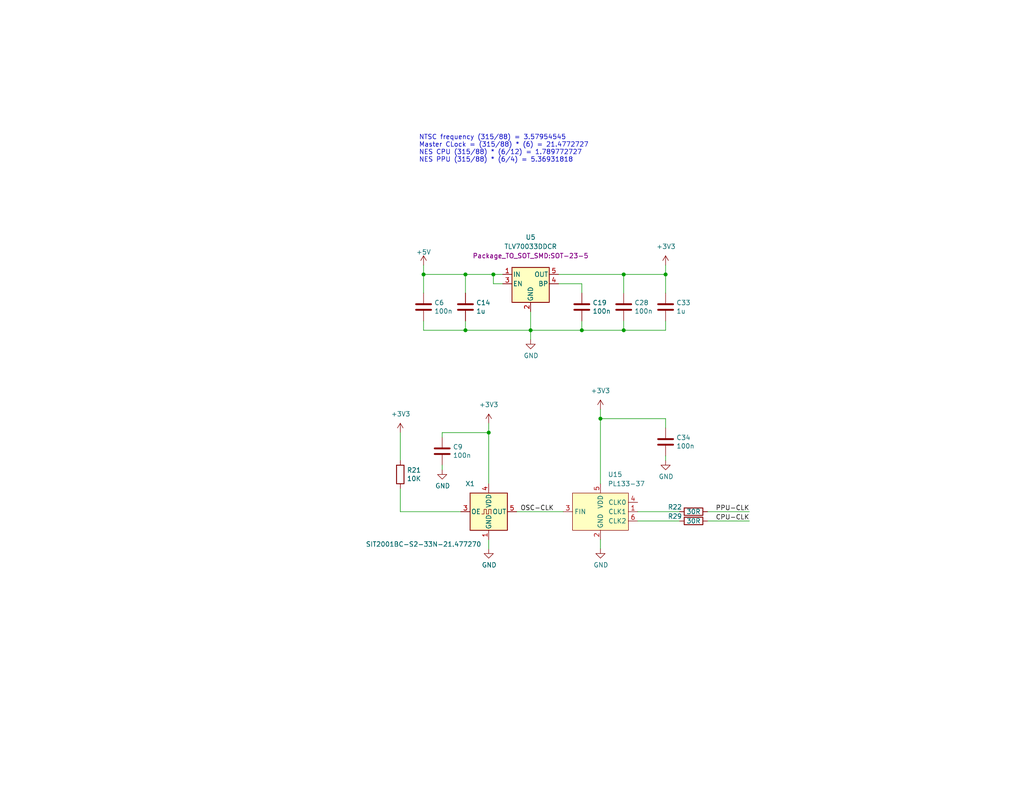
<source format=kicad_sch>
(kicad_sch (version 20211123) (generator eeschema)
  (paper "A")
  (title_block (title "InGame-NES MMC3") (date "2022-06-03") (rev "1") (company "Late to the Game"))
  (lib_symbols
    (symbol "00Custom:PL133-37"
      (property "Reference" "U" (at -6.35 6.35 0))
      (property "Value" "PL133-37" (at 7.62 -7.62 0))
      (symbol "PL133-37_0_0"
        (pin output line (at 10.16 0 180) (length 2.54) (name "CLK1") (number "1"))
        (pin power_in line (at 0 -7.62 90) (length 2.54) (name "GND") (number "2"))
        (pin input line (at -10.16 0 0) (length 2.54) (name "FIN") (number "3"))
        (pin output line (at 10.16 2.54 180) (length 2.54) (name "CLK0") (number "4"))
        (pin power_in line (at 0 7.62 270) (length 2.54) (name "VDD") (number "5"))
        (pin output line (at 10.16 -2.54 180) (length 2.54) (name "CLK2") (number "6"))
      )
      (symbol "PL133-37_0_1"
        (rectangle (start -7.62 5.08) (end 7.62 -5.08) (fill (type background)))
      )
    )
    (symbol "00Custom:SN74LVC1404DCT" (pin_names (offset 1.016))
      (property "Reference" "U" (at 0 11.43 0))
      (property "Value" "00Custom_SN74LVC1404DCT" (at 0 -11.43 0))
      (symbol "SN74LVC1404DCT_0_0"
        (pin input line (at -10.16 7.62 0) (length 2.54) (name "CTRL") (number "1"))
        (pin output line (at -10.16 2.54 0) (length 2.54) (name "XOUT") (number "2"))
        (pin input line (at -10.16 -2.54 0) (length 2.54) (name "XIN") (number "3"))
        (pin power_in line (at -10.16 -7.62 0) (length 2.54) (name "GND") (number "4"))
        (pin output line (at 10.16 -7.62 180) (length 2.54) (name "Y") (number "5"))
        (pin input line (at 10.16 -2.54 180) (length 2.54) (name "A") (number "6"))
        (pin output line (at 10.16 2.54 180) (length 2.54) (name "OSCOUT") (number "7"))
        (pin power_in line (at 10.16 7.62 180) (length 2.54) (name "VCC") (number "8"))
      )
      (symbol "SN74LVC1404DCT_0_1"
        (rectangle (start -7.62 10.16) (end 7.62 -10.16) (fill (type background)))
      )
    )
    (symbol "00Custom:SiT2001B" (pin_names (offset 0.254))
      (property "Reference" "X" (at -5.08 6.35 0))
      (property "Value" "SiT2001B" (at 1.27 -6.35 0))
      (symbol "SiT2001B_0_1"
        (rectangle (start -5.08 5.08) (end 5.08 -5.08) (stroke (width 0.254)) (fill (type background)))
        (polyline (pts (xy -1.905 -0.635) (xy -1.27 -0.635) (xy -1.27 0.635) (xy -0.635 0.635) (xy -0.635 -0.635) (xy 0 -0.635) (xy 0 0.635) (xy 0.635 0.635) (xy 0.635 -0.635)))
      )
      (symbol "SiT2001B_1_1"
        (pin power_in line (at 0 -7.62 90) (length 2.54) (name "GND") (number "1"))
        (pin input line (at -7.62 0 0) (length 2.54) (name "OE") (number "3"))
        (pin power_in line (at 0 7.62 270) (length 2.54) (name "VDD") (number "4"))
        (pin output line (at 7.62 0 180) (length 2.54) (name "OUT") (number "5"))
      )
    )
    (symbol "Device:C" (pin_numbers hide) (pin_names (offset 0.254))
      (property "Reference" "C" (at 0.635 2.54 0))
      (property "Value" "C" (at 0.635 -2.54 0))
      (symbol "C_0_1"
        (polyline (pts (xy -2.032 -0.762) (xy 2.032 -0.762)) (stroke (width 0.508)))
        (polyline (pts (xy -2.032 0.762) (xy 2.032 0.762)) (stroke (width 0.508)))
      )
      (symbol "C_1_1"
        (pin passive line (at 0 3.81 270) (length 2.794) (name "~") (number "1"))
        (pin passive line (at 0 -3.81 90) (length 2.794) (name "~") (number "2"))
      )
    )
    (symbol "Device:C_Small" (pin_numbers hide) (pin_names (offset 0.254) hide)
      (property "Reference" "C" (at 0.254 1.778 0))
      (property "Value" "C_Small" (at 0.254 -2.032 0))
      (symbol "C_Small_0_1"
        (polyline (pts (xy -1.524 -0.508) (xy 1.524 -0.508)) (stroke (width 0.3302)))
        (polyline (pts (xy -1.524 0.508) (xy 1.524 0.508)) (stroke (width 0.3048)))
      )
      (symbol "C_Small_1_1"
        (pin passive line (at 0 2.54 270) (length 2.032) (name "~") (number "1"))
        (pin passive line (at 0 -2.54 90) (length 2.032) (name "~") (number "2"))
      )
    )
    (symbol "Device:C_Variable" (pin_numbers hide) (pin_names (offset 0.254) hide)
      (property "Reference" "C" (at 0.635 -1.905 0))
      (property "Value" "C_Variable" (at 0.635 -3.81 0))
      (symbol "C_Variable_0_1"
        (polyline (pts (xy -2.032 -0.762) (xy 2.032 -0.762)) (stroke (width 0.508)))
        (polyline (pts (xy -2.032 0.762) (xy 2.032 0.762)) (stroke (width 0.508)))
        (polyline (pts (xy 1.27 2.54) (xy -1.27 -2.54)) (stroke (width 0.3048)))
        (polyline (pts (xy 1.27 2.54) (xy 0.508 2.286)) (stroke (width 0.3048)))
        (polyline (pts (xy 1.27 2.54) (xy 1.524 1.778)) (stroke (width 0.3048)))
      )
      (symbol "C_Variable_1_1"
        (pin passive line (at 0 3.81 270) (length 3.048) (name "~") (number "1"))
        (pin passive line (at 0 -3.81 90) (length 3.048) (name "~") (number "2"))
      )
    )
    (symbol "Device:Crystal_GND3" (pin_names (offset 1.016) hide)
      (property "Reference" "Y" (at 0 5.715 0))
      (property "Value" "Crystal_GND3" (at 0 3.81 0))
      (symbol "Crystal_GND3_0_1"
        (rectangle (start -1.143 2.54) (end 1.143 -2.54) (stroke (width 0.3048)))
        (polyline (pts (xy -2.54 0) (xy -1.905 0)))
        (polyline (pts (xy -1.905 -1.27) (xy -1.905 1.27)) (stroke (width 0.508)))
        (polyline (pts (xy 0 -3.81) (xy 0 -3.556)))
        (polyline (pts (xy 1.905 0) (xy 2.54 0)))
        (polyline (pts (xy 1.905 1.27) (xy 1.905 -1.27)) (stroke (width 0.508)))
        (polyline (pts (xy -2.54 -2.286) (xy -2.54 -3.556) (xy 2.54 -3.556) (xy 2.54 -2.286)))
      )
      (symbol "Crystal_GND3_1_1"
        (pin passive line (at -3.81 0 0) (length 1.27) (name "1") (number "1"))
        (pin passive line (at 3.81 0 180) (length 1.27) (name "2") (number "2"))
        (pin passive line (at 0 -5.08 90) (length 1.27) (name "3") (number "3"))
      )
    )
    (symbol "Device:R" (pin_numbers hide) (pin_names (offset 0))
      (property "Reference" "R" (at 2.032 0 90))
      (property "Value" "R" (at 0 0 90))
      (symbol "R_0_1"
        (rectangle (start -1.016 -2.54) (end 1.016 2.54) (stroke (width 0.254)))
      )
      (symbol "R_1_1"
        (pin passive line (at 0 3.81 270) (length 1.27) (name "~") (number "1"))
        (pin passive line (at 0 -3.81 90) (length 1.27) (name "~") (number "2"))
      )
    )
    (symbol "Regulator_Linear:MIC5205-3.3YM5" (pin_names (offset 0.254))
      (property "Reference" "U" (at -3.81 5.715 0))
      (property "Value" "MIC5205-3.3YM5" (at 0 5.715 0))
      (symbol "MIC5205-3.3YM5_0_1"
        (rectangle (start -5.08 4.445) (end 5.08 -5.08) (stroke (width 0.254)) (fill (type background)))
      )
      (symbol "MIC5205-3.3YM5_1_1"
        (pin power_in line (at -7.62 2.54 0) (length 2.54) (name "IN") (number "1"))
        (pin power_in line (at 0 -7.62 90) (length 2.54) (name "GND") (number "2"))
        (pin input line (at -7.62 0 0) (length 2.54) (name "EN") (number "3"))
        (pin input line (at 7.62 0 180) (length 2.54) (name "BP") (number "4"))
        (pin power_out line (at 7.62 2.54 180) (length 2.54) (name "OUT") (number "5"))
      )
    )
    (symbol "Transistor_BJT:BC847" (pin_names (offset 0) hide)
      (property "Reference" "Q" (at 5.08 1.905 0))
      (property "Value" "BC847" (at 5.08 0 0))
      (symbol "BC847_0_1"
        (polyline (pts (xy 0.635 0.635) (xy 2.54 2.54)))
        (polyline (pts (xy 0.635 -0.635) (xy 2.54 -2.54) (xy 2.54 -2.54)))
        (polyline (pts (xy 0.635 1.905) (xy 0.635 -1.905) (xy 0.635 -1.905)) (stroke (width 0.508)))
        (polyline (pts (xy 1.27 -1.778) (xy 1.778 -1.27) (xy 2.286 -2.286) (xy 1.27 -1.778) (xy 1.27 -1.778)) (fill (type outline)))
        (circle (center 1.27 0) (radius 2.8194) (stroke (width 0.254)))
      )
      (symbol "BC847_1_1"
        (pin input line (at -5.08 0 0) (length 5.715) (name "B") (number "1"))
        (pin passive line (at 2.54 -5.08 90) (length 2.54) (name "E") (number "2"))
        (pin passive line (at 2.54 5.08 270) (length 2.54) (name "C") (number "3"))
      )
    )
    (symbol "power:+3V3" (power) (pin_names (offset 0))
      (property "Value" "+3V3" (at 0 3.556 0))
      (symbol "+3V3_0_1"
        (polyline (pts (xy -0.762 1.27) (xy 0 2.54)))
        (polyline (pts (xy 0 0) (xy 0 2.54)))
        (polyline (pts (xy 0 2.54) (xy 0.762 1.27)))
      )
      (symbol "+3V3_1_1"
        (pin power_in line (at 0 0 90) (length 0) hide (name "+3V3") (number "1"))
      )
    )
    (symbol "power:+5V" (power) (pin_names (offset 0))
      (property "Value" "+5V" (at 0 3.556 0))
      (symbol "+5V_0_1"
        (polyline (pts (xy -0.762 1.27) (xy 0 2.54)))
        (polyline (pts (xy 0 0) (xy 0 2.54)))
        (polyline (pts (xy 0 2.54) (xy 0.762 1.27)))
      )
      (symbol "+5V_1_1"
        (pin power_in line (at 0 0 90) (length 0) hide (name "+5V") (number "1"))
      )
    )
    (symbol "power:GND" (power) (pin_names (offset 0))
      (property "Value" "GND" (at 0 -3.81 0))
      (symbol "GND_0_1"
        (polyline (pts (xy 0 0) (xy 0 -1.27) (xy 1.27 -1.27) (xy 0 -2.54) (xy -1.27 -1.27) (xy 0 -1.27)))
      )
      (symbol "GND_1_1"
        (pin power_in line (at 0 0 270) (length 0) hide (name "GND") (number "1"))
      )
    )
  )
  (junction (at -105.41 44.45))
  (junction (at 170.18 74.93))
  (junction (at -78.74 105.41))
  (junction (at 127 74.93))
  (junction (at -92.71 44.45))
  (junction (at 134.62 74.93))
  (junction (at 170.18 90.17))
  (junction (at 127 90.17))
  (junction (at -118.11 134.62))
  (junction (at -66.04 31.75))
  (junction (at -135.89 160.02))
  (junction (at 181.61 74.93))
  (junction (at -63.5 157.48))
  (junction (at -124.46 44.45))
  (junction (at 158.75 90.17))
  (junction (at -82.55 44.45))
  (junction (at -81.28 152.4))
  (junction (at 115.57 74.93))
  (junction (at 133.35 118.11))
  (junction (at 163.83 114.3))
  (junction (at -134.62 76.2))
  (junction (at -118.11 160.02))
  (junction (at 144.78 90.17))
  (junction (at -135.89 134.62))
  (junction (at -115.57 76.2))
  (junction (at -82.55 31.75))
  (no_connect (at -90.17 139.7))
  (no_connect (at -90.17 134.62))
  (wire (pts (xy 137.16 77.47) (xy 134.62 77.47)))
  (wire (pts (xy -92.71 54.61) (xy -96.52 54.61)))
  (wire (pts (xy 173.99 142.24) (xy 185.42 142.24)))
  (wire (pts (xy 134.62 77.47) (xy 134.62 74.93)))
  (wire (pts (xy -76.2 157.48) (xy -81.28 157.48)))
  (wire (pts (xy 170.18 90.17) (xy 170.18 87.63)))
  (wire (pts (xy 115.57 90.17) (xy 115.57 87.63)))
  (wire (pts (xy 140.97 139.7) (xy 153.67 139.7)))
  (wire (pts (xy 181.61 90.17) (xy 170.18 90.17)))
  (wire (pts (xy -101.6 54.61) (xy -105.41 54.61)))
  (wire (pts (xy -118.11 124.46) (xy -118.11 119.38)))
  (wire (pts (xy -111.76 52.07) (xy -111.76 49.53)))
  (wire (pts (xy 109.22 125.73) (xy 109.22 118.11)))
  (wire (pts (xy -135.89 134.62) (xy -135.89 129.54)))
  (wire (pts (xy 115.57 74.93) (xy 127 74.93)))
  (wire (pts (xy -66.04 29.21) (xy -66.04 31.75)))
  (wire (pts (xy -134.62 33.02) (xy -134.62 39.37)))
  (wire (pts (xy -127 167.64) (xy -127 165.1)))
  (wire (pts (xy -90.17 129.54) (xy -81.28 129.54)))
  (wire (pts (xy 133.35 118.11) (xy 120.65 118.11)))
  (wire (pts (xy -115.57 88.9) (xy -115.57 86.36)))
  (wire (pts (xy -118.11 111.76) (xy -118.11 107.95)))
  (wire (pts (xy 133.35 147.32) (xy 133.35 149.86)))
  (wire (pts (xy -81.28 152.4) (xy -81.28 157.48)))
  (wire (pts (xy 181.61 74.93) (xy 170.18 74.93)))
  (wire (pts (xy -63.5 157.48) (xy -46.99 157.48)))
  (wire (pts (xy -68.58 157.48) (xy -63.5 157.48)))
  (wire (pts (xy -95.25 44.45) (xy -92.71 44.45)))
  (wire (pts (xy 127 74.93) (xy 134.62 74.93)))
  (wire (pts (xy -134.62 76.2) (xy -134.62 78.74)))
  (wire (pts (xy -82.55 31.75) (xy -82.55 34.29)))
  (wire (pts (xy -118.11 160.02) (xy -118.11 134.62)))
  (wire (pts (xy -105.41 54.61) (xy -105.41 44.45)))
  (wire (pts (xy -118.11 134.62) (xy -123.19 134.62)))
  (wire (pts (xy -121.92 76.2) (xy -115.57 76.2)))
  (wire (pts (xy 163.83 111.76) (xy 163.83 114.3)))
  (wire (pts (xy 125.73 139.7) (xy 109.22 139.7)))
  (wire (pts (xy -124.46 31.75) (xy -82.55 31.75)))
  (wire (pts (xy -82.55 53.34) (xy -82.55 54.61)))
  (wire (pts (xy 133.35 132.08) (xy 133.35 118.11)))
  (wire (pts (xy 158.75 77.47) (xy 158.75 80.01)))
  (wire (pts (xy -82.55 44.45) (xy -82.55 41.91)))
  (wire (pts (xy -92.71 44.45) (xy -92.71 54.61)))
  (wire (pts (xy 152.4 77.47) (xy 158.75 77.47)))
  (wire (pts (xy 181.61 124.46) (xy 181.61 125.73)))
  (wire (pts (xy 158.75 87.63) (xy 158.75 90.17)))
  (wire (pts (xy 181.61 114.3) (xy 181.61 116.84)))
  (wire (pts (xy -115.57 76.2) (xy -99.06 76.2)))
  (wire (pts (xy -87.63 124.46) (xy -90.17 124.46)))
  (wire (pts (xy -92.71 44.45) (xy -82.55 44.45)))
  (wire (pts (xy 127 90.17) (xy 115.57 90.17)))
  (wire (pts (xy -130.81 134.62) (xy -135.89 134.62)))
  (wire (pts (xy -63.5 170.18) (xy -63.5 167.64)))
  (wire (pts (xy 127 87.63) (xy 127 90.17)))
  (wire (pts (xy -107.95 44.45) (xy -105.41 44.45)))
  (wire (pts (xy 144.78 90.17) (xy 144.78 92.71)))
  (wire (pts (xy -81.28 129.54) (xy -81.28 152.4)))
  (wire (pts (xy -113.03 139.7) (xy -113.03 142.24)))
  (wire (pts (xy 133.35 115.57) (xy 133.35 118.11)))
  (wire (pts (xy 115.57 80.01) (xy 115.57 74.93)))
  (wire (pts (xy -66.04 54.61) (xy -66.04 49.53)))
  (wire (pts (xy 115.57 72.39) (xy 115.57 74.93)))
  (wire (pts (xy -82.55 44.45) (xy -73.66 44.45)))
  (wire (pts (xy 181.61 74.93) (xy 181.61 72.39)))
  (wire (pts (xy -124.46 54.61) (xy -124.46 53.34)))
  (wire (pts (xy -66.04 19.05) (xy -66.04 21.59)))
  (wire (pts (xy -78.74 105.41) (xy -78.74 107.95)))
  (wire (pts (xy -110.49 124.46) (xy -118.11 124.46)))
  (wire (pts (xy -105.41 44.45) (xy -102.87 44.45)))
  (wire (pts (xy -118.11 171.45) (xy -118.11 170.18)))
  (wire (pts (xy -135.89 171.45) (xy -135.89 170.18)))
  (wire (pts (xy 152.4 74.93) (xy 170.18 74.93)))
  (wire (pts (xy 163.83 114.3) (xy 181.61 114.3)))
  (wire (pts (xy 193.04 142.24) (xy 204.47 142.24)))
  (wire (pts (xy -40.64 31.75) (xy -52.07 31.75)))
  (wire (pts (xy -134.62 49.53) (xy -134.62 76.2)))
  (wire (pts (xy -110.49 129.54) (xy -135.89 129.54)))
  (wire (pts (xy 120.65 127) (xy 120.65 128.27)))
  (wire (pts (xy -134.62 88.9) (xy -134.62 86.36)))
  (wire (pts (xy -78.74 104.14) (xy -78.74 105.41)))
  (wire (pts (xy -118.11 160.02) (xy -118.11 165.1)))
  (wire (pts (xy 193.04 139.7) (xy 204.47 139.7)))
  (wire (pts (xy 158.75 90.17) (xy 170.18 90.17)))
  (wire (pts (xy 127 90.17) (xy 144.78 90.17)))
  (wire (pts (xy -135.89 160.02) (xy -130.81 160.02)))
  (wire (pts (xy 170.18 74.93) (xy 170.18 80.01)))
  (wire (pts (xy -135.89 140.97) (xy -135.89 134.62)))
  (wire (pts (xy -124.46 44.45) (xy -124.46 48.26)))
  (wire (pts (xy -127 44.45) (xy -124.46 44.45)))
  (wire (pts (xy -87.63 105.41) (xy -87.63 124.46)))
  (wire (pts (xy 144.78 90.17) (xy 158.75 90.17)))
  (wire (pts (xy 109.22 133.35) (xy 109.22 139.7)))
  (wire (pts (xy 144.78 85.09) (xy 144.78 90.17)))
  (wire (pts (xy -46.99 152.4) (xy -81.28 152.4)))
  (wire (pts (xy -110.49 134.62) (xy -118.11 134.62)))
  (wire (pts (xy -127 76.2) (xy -134.62 76.2)))
  (wire (pts (xy -135.89 165.1) (xy -135.89 160.02)))
  (wire (pts (xy -115.57 78.74) (xy -115.57 76.2)))
  (wire (pts (xy -124.46 44.45) (xy -115.57 44.45)))
  (wire (pts (xy 181.61 87.63) (xy 181.61 90.17)))
  (wire (pts (xy 173.99 139.7) (xy 185.42 139.7)))
  (wire (pts (xy -78.74 115.57) (xy -78.74 116.84)))
  (wire (pts (xy -123.19 160.02) (xy -118.11 160.02)))
  (wire (pts (xy -66.04 31.75) (xy -57.15 31.75)))
  (wire (pts (xy 134.62 74.93) (xy 137.16 74.93)))
  (wire (pts (xy -110.49 139.7) (xy -113.03 139.7)))
  (wire (pts (xy -78.74 105.41) (xy -87.63 105.41)))
  (wire (pts (xy 163.83 147.32) (xy 163.83 149.86)))
  (wire (pts (xy -63.5 160.02) (xy -63.5 157.48)))
  (wire (pts (xy 127 74.93) (xy 127 80.01)))
  (wire (pts (xy -66.04 31.75) (xy -66.04 39.37)))
  (wire (pts (xy 163.83 114.3) (xy 163.83 132.08)))
  (wire (pts (xy -124.46 31.75) (xy -124.46 44.45)))
  (wire (pts (xy 120.65 118.11) (xy 120.65 119.38)))
  (wire (pts (xy -82.55 31.75) (xy -66.04 31.75)))
  (wire (pts (xy 181.61 74.93) (xy 181.61 80.01)))
  (wire (pts (xy -135.89 148.59) (xy -135.89 160.02)))
  (wire (pts (xy -82.55 48.26) (xy -82.55 44.45)))
  (text "TI Little Logic\n(single gates DBV package SOT23-5 or SOT23-6)\n(dual or triple gates DCU and US8)\nSN74LVC1G\nSN74AHC1G 5V to 3V3\nSN74AHCT1G 3V3 to 5V\n\nThe SN74CBT1G125 and SN74CBT1G384 are 5-V supply digital switches; they have similar functions\nwith different pin assignments (see Figure 12) and are used to switch both analog and digital signal.\n\nThe main gate functions are NAND (00), NOR (02), AND (08), OR (32), and XOR (86) and they can be\ntwo or three inputs.\n\nBuffer Multiplexer Output Selection\n1 to 2 MUX (18) 3-state  SN74LVC1G18DBVR\n1 to 2 MUX (19) buffer\n2 to 3 MUX (29) buffer/decoder\n2 to 4 MUX (139) buffer/decoder\n2 to 1 Selector (157) buffer\n\n" (at 11.43 265.43 0) (effects (font (size 1.27 1.27)) (justify left bottom)))
  (text "CPU, PPU, SYSTEM CLOCK CRYSTAL" (at -93.98 25.4 180) (effects (font (size 1.27 1.27) (thickness 0.254) bold) (justify right bottom)))
  (text "NTSC frequency (315/88) = 3.57954545\nMaster CLock = (315/88) * (6) = 21.4772727\nNES CPU (315/88) * (6/12) = 1.789772727\nNES PPU (315/88) * (6/4) = 5.36931818" (at 114.3 44.45 0) (effects (font (size 1.27 1.27)) (justify left bottom)))
  (text "SN74LVC1404 Oscillator Driver for Crystal Oscillator or Ceramic Resonator\nSN74LVC1GX04 Crystal Oscillator Driver" (at -135.89 187.96 0) (effects (font (size 1.27 1.27)) (justify left bottom)))
  (label "CPU-CLK" (at 204.47 142.24 180))
  (label "CPU-CLK" (at -49.53 157.48 180))
  (label "PPU-CLK" (at -49.53 152.4 180))
  (label "PPU-CLK" (at 204.47 139.7 180))
  (label "CPU-CLK" (at -101.6 76.2 180))
  (label "OSC-CLK" (at 151.13 139.7 180))
  (label "PPU-CLK" (at -40.64 31.75 180))
  (hierarchical_label "CPU-CLK" (shape output) (at -99.06 76.2 0))
  (hierarchical_label "PPU-CLK" (shape output) (at -40.64 31.75 0))
  (symbol (lib_id "power:GND") (at -115.57 88.9 0) (unit 1)
    (property "Reference" "#PWR049" (effects hide))
    (property "Value" "GND" (at -115.443 93.2942 0))
  )
  (symbol (lib_id "power:GND") (at -82.55 54.61 0) (unit 1)
    (property "Reference" "#PWR050" (effects hide))
    (property "Value" "GND" (at -82.423 59.0042 0))
  )
  (symbol (lib_id "power:GND") (at -134.62 88.9 0) (unit 1)
    (property "Reference" "#PWR047" (effects hide))
    (property "Value" "GND" (at -134.493 93.2942 0))
  )
  (symbol (lib_id "power:GND") (at -124.46 54.61 0) (unit 1)
    (property "Reference" "#PWR048" (effects hide))
    (property "Value" "GND" (at -124.333 59.0042 0))
  )
  (symbol (lib_id "power:GND") (at -66.04 54.61 0) (unit 1)
    (property "Reference" "#PWR052" (effects hide))
    (property "Value" "GND" (at -65.913 59.0042 0))
  )
  (symbol (lib_id "power:+5V") (at -66.04 19.05 0) (unit 1)
    (property "Reference" "#PWR0222" (effects hide))
    (property "Value" "+5V" (at -66.04 15.494 0))
  )
  (symbol (lib_id "power:+5V") (at -134.62 33.02 0) (unit 1)
    (property "Reference" "#PWR0223" (effects hide))
    (property "Value" "+5V" (at -134.62 29.464 0))
  )
  (symbol (lib_id "Device:C_Variable") (at -99.06 44.45 270) (mirror x) (unit 1)
    (property "Reference" "#TC1" (at -99.06 38.0492 90))
    (property "Value" "30pF" (at -99.06 40.3606 90))
    (property "Footprint" "Capacitor_SMD:C_0402_1005Metric" (effects hide))
    (property "Description" "CAP CER 30PF 50V NPO 0402" (effects hide))
    (property "QOH" "100" (effects hide))
    (property "Size" "0402" (effects hide))
  )
  (symbol (lib_id "Device:C_Small") (at -99.06 54.61 90) (unit 1)
    (property "Reference" "#C34" (at -99.06 48.7934 90))
    (property "Value" "18p" (at -99.06 51.1048 90))
    (property "Footprint" "Capacitor_SMD:C_0402_1005Metric" (effects hide))
  )
  (symbol (lib_id "Device:C_Small") (at -124.46 50.8 180) (unit 1)
    (property "Reference" "#C32" (at -122.1232 49.6316 0) (effects (justify right)))
    (property "Value" "15p" (at -122.1232 51.943 0) (effects (justify right)))
    (property "Footprint" "Capacitor_SMD:C_0402_1005Metric" (effects hide))
    (property "Description" "CAP CER 15PF 50V C0G/NP0 0402" (effects hide))
    (property "QOH" "1500" (effects hide))
    (property "Size" "0402" (effects hide))
  )
  (symbol (lib_id "Device:R") (at -66.04 25.4 0) (unit 1)
    (property "Reference" "#R22" (at -64.262 24.2316 0) (effects (justify left)))
    (property "Value" "1K2" (at -64.262 26.543 0) (effects (justify left)))
    (property "Footprint" "Resistor_SMD:R_0402_1005Metric" (effects hide))
    (property "Description" "RES SMD 1.2K OHM 1% 1/10W 0402" (effects hide))
    (property "QOH" "200" (effects hide))
  )
  (symbol (lib_id "Device:R") (at -82.55 38.1 180) (unit 1)
    (property "Reference" "#R21" (at -80.772 36.9316 0) (effects (justify right)))
    (property "Value" "220K" (at -80.772 39.243 0) (effects (justify right)))
    (property "Footprint" "Resistor_SMD:R_0402_1005Metric" (effects hide))
  )
  (symbol (lib_id "Device:C_Small") (at -54.61 31.75 90) (unit 1)
    (property "Reference" "#C36" (at -54.61 25.9334 90))
    (property "Value" "51p" (at -54.61 28.2448 90))
    (property "Footprint" "Capacitor_SMD:C_0402_1005Metric" (effects hide))
  )
  (symbol (lib_id "Device:C_Small") (at -82.55 50.8 180) (unit 1)
    (property "Reference" "#C35" (at -80.2132 49.6316 0) (effects (justify right)))
    (property "Value" "51p" (at -80.2132 51.943 0) (effects (justify right)))
    (property "Footprint" "Capacitor_SMD:C_0402_1005Metric" (effects hide))
  )
  (symbol (lib_id "Device:C_Small") (at -124.46 76.2 90) (unit 1)
    (property "Reference" "#C33" (at -124.46 79.6798 90))
    (property "Value" "220p" (at -124.46 81.9912 90))
    (property "Footprint" "Capacitor_SMD:C_0402_1005Metric" (effects hide))
  )
  (symbol (lib_id "Device:R") (at -115.57 82.55 0) (unit 1)
    (property "Reference" "#R20" (at -113.792 81.3816 0) (effects (justify left)))
    (property "Value" "150K" (at -113.792 83.693 0) (effects (justify left)))
    (property "Footprint" "Resistor_SMD:R_0402_1005Metric" (effects hide))
  )
  (symbol (lib_id "Device:R") (at -134.62 82.55 0) (unit 1)
    (property "Reference" "#R19" (at -132.842 81.3816 0) (effects (justify left)))
    (property "Value" "510R" (at -132.842 83.693 0) (effects (justify left)))
    (property "Footprint" "Resistor_SMD:R_0402_1005Metric" (effects hide))
  )
  (symbol (lib_id "Device:Crystal_GND3") (at -111.76 44.45 0) (unit 1)
    (property "Reference" "#X1" (at -111.76 35.3568 0))
    (property "Value" "21.477272 MHz" (at -111.76 37.6682 0))
    (property "Footprint" "Crystal:Crystal_HC49-U_Horizontal_1EP_style2" (effects hide))
  )
  (symbol (lib_id "Transistor_BJT:BC847") (at -132.08 44.45 0) (mirror y) (unit 1)
    (property "Reference" "#Q2" (at -136.9314 43.2816 0) (effects (justify left)))
    (property "Value" "BC847" (at -136.9314 45.593 0) (effects (justify left)))
    (property "Footprint" "Package_TO_SOT_SMD:SOT-23" (effects hide))
    (property "Datasheet" "http://www.infineon.com/dgdl/Infineon-BC847SERIES_BC848SERIES_BC849SERIES_BC850SERIES-DS-v01_01-en.pdf?fileId=db3a304314dca389011541d4630a1657" (effects hide))
  )
  (symbol (lib_id "Transistor_BJT:BC847") (at -68.58 44.45 0) (unit 1)
    (property "Reference" "#Q3" (at -63.7286 43.2816 0) (effects (justify left)))
    (property "Value" "BC847" (at -63.7286 45.593 0) (effects (justify left)))
    (property "Footprint" "Package_TO_SOT_SMD:SOT-23" (effects hide))
    (property "Datasheet" "http://www.infineon.com/dgdl/Infineon-BC847SERIES_BC848SERIES_BC849SERIES_BC850SERIES-DS-v01_01-en.pdf?fileId=db3a304314dca389011541d4630a1657" (effects hide))
  )
  (symbol (lib_id "power:GND") (at -111.76 52.07 0) (unit 1)
    (property "Reference" "#PWR0118" (effects hide))
    (property "Value" "GND" (at -111.633 56.4642 0))
  )
  (symbol (lib_id "Device:Crystal_GND3") (at -127 160.02 0) (unit 1)
    (property "Reference" "#X2" (at -127 153.2128 0))
    (property "Value" "21.477272 MHz" (at -127 155.5242 0))
    (property "Footprint" "Crystal:Crystal_HC49-U_Horizontal_1EP_style2" (effects hide))
  )
  (symbol (lib_id "power:GND") (at -127 167.64 0) (unit 1)
    (property "Reference" "#PWR0120" (effects hide))
    (property "Value" "GND" (at -126.873 172.0342 0))
  )
  (symbol (lib_id "power:GND") (at -63.5 170.18 0) (unit 1)
    (property "Reference" "#PWR0121" (effects hide))
    (property "Value" "GND" (at -63.373 174.5742 0))
  )
  (symbol (lib_id "Device:R") (at -63.5 163.83 0) (unit 1)
    (property "Reference" "#R8" (at -61.722 162.6616 0) (effects (justify left)))
    (property "Value" "150K" (at -61.722 164.973 0) (effects (justify left)))
    (property "Footprint" "Resistor_SMD:R_0402_1005Metric" (effects hide))
  )
  (symbol (lib_id "Device:C") (at -72.39 157.48 90) (unit 1)
    (property "Reference" "#C14" (at -72.39 160.9598 90))
    (property "Value" "220p" (at -72.39 163.2712 90))
    (property "Footprint" "Capacitor_SMD:C_0402_1005Metric" (effects hide))
  )
  (symbol (lib_id "Device:R") (at -118.11 115.57 0) (unit 1)
    (property "Reference" "#R7" (at -116.332 114.4016 0) (effects (justify left)))
    (property "Value" "10K" (at -116.332 116.713 0) (effects (justify left)))
    (property "Footprint" "Resistor_SMD:R_0402_1005Metric" (effects hide))
    (property "Description" "RES SMD 10K OHM 1% 1/10W 0402" (effects hide))
    (property "QOH" "5000" (effects hide))
  )
  (symbol (lib_id "00Custom:SN74LVC1404DCT") (at -100.33 132.08 0) (unit 1)
    (property "Reference" "#U9" (at -100.33 117.729 0))
    (property "Value" "SN74LVC1404DCT" (at -100.33 120.0404 0))
    (property "Footprint" "Package_SO:SSOP-8_2.95x2.8mm_P0.65mm" (effects hide))
    (property "Datasheet" "https://www.ti.com/general/docs/suppproductinfo.tsp?distId=10&gotoUrl=https%3A%2F%2Fwww.ti.com%2Flit%2Fgpn%2Fsn74lvc1404" (effects hide))
  )
  (symbol (lib_id "Device:C_Small") (at -135.89 167.64 180) (unit 1)
    (property "Reference" "#C11" (at -133.5532 166.4716 0) (effects (justify right)))
    (property "Value" "36p" (at -133.5532 168.783 0) (effects (justify right)))
    (property "Footprint" "Capacitor_SMD:C_0402_1005Metric" (effects hide))
  )
  (symbol (lib_id "power:GND") (at -135.89 171.45 0) (unit 1)
    (property "Reference" "#PWR0107" (effects hide))
    (property "Value" "GND" (at -135.763 175.8442 0))
  )
  (symbol (lib_id "power:GND") (at -113.03 142.24 0) (unit 1)
    (property "Reference" "#PWR0108" (effects hide))
    (property "Value" "GND" (at -112.903 146.6342 0))
  )
  (symbol (lib_id "Device:C") (at -78.74 111.76 180) (unit 1)
    (property "Reference" "#C13" (at -75.819 110.5916 0) (effects (justify right)))
    (property "Value" "100n" (at -75.819 112.903 0) (effects (justify right)))
    (property "Footprint" "Capacitor_SMD:C_0402_1005Metric" (effects hide))
    (property "Description" "CAP CER 0.1UF 16V X7R 0402" (effects hide))
    (property "QOH" "10000" (effects hide))
  )
  (symbol (lib_id "power:+5V") (at -78.74 104.14 0) (unit 1)
    (property "Reference" "#PWR0217" (effects hide))
    (property "Value" "+5V" (at -78.74 100.584 0))
  )
  (symbol (lib_id "power:GND") (at -78.74 116.84 0) (unit 1)
    (property "Reference" "#PWR0115" (effects hide))
    (property "Value" "GND" (at -78.613 121.2342 0))
  )
  (symbol (lib_id "Device:R") (at -127 134.62 90) (unit 1)
    (property "Reference" "#R6" (at -127 137.541 90))
    (property "Value" "2M2" (at -127 139.8524 90))
    (property "Footprint" "Resistor_SMD:R_0402_1005Metric" (effects hide))
  )
  (symbol (lib_id "Device:R") (at -135.89 144.78 180) (unit 1)
    (property "Reference" "#R5" (at -134.112 143.6116 0) (effects (justify right)))
    (property "Value" "1K" (at -134.112 145.923 0) (effects (justify right)))
    (property "Footprint" "Resistor_SMD:R_0402_1005Metric" (effects hide))
  )
  (symbol (lib_id "Device:C_Small") (at -118.11 167.64 180) (unit 1)
    (property "Reference" "#C12" (at -115.7732 166.4716 0) (effects (justify right)))
    (property "Value" "36p" (at -115.7732 168.783 0) (effects (justify right)))
    (property "Footprint" "Capacitor_SMD:C_0402_1005Metric" (effects hide))
  )
  (symbol (lib_id "power:GND") (at -118.11 171.45 0) (unit 1)
    (property "Reference" "#PWR0116" (effects hide))
    (property "Value" "GND" (at -117.983 175.8442 0))
  )
  (symbol (lib_id "power:+5V") (at -118.11 107.95 0) (unit 1)
    (property "Reference" "#PWR0219" (effects hide))
    (property "Value" "+5V" (at -118.11 104.394 0))
  )
  (symbol (lib_id "power:GND") (at 120.65 128.27 0) (unit 1)
    (property "Reference" "#PWR0215" (effects hide))
    (property "Value" "GND" (at 120.777 132.6642 0))
  )
  (symbol (lib_id "Device:C") (at 181.61 83.82 180) (unit 1)
    (property "Reference" "C33" (at 184.531 82.6516 0) (effects (justify right)))
    (property "Value" "1u" (at 184.531 84.963 0) (effects (justify right)))
    (property "Footprint" "Capacitor_SMD:C_0603_1608Metric_Pad1.08x0.95mm_HandSolder" (effects hide))
    (property "Description" "CAP CER 1UF 25V X7R 0603" (effects hide))
  )
  (symbol (lib_id "power:GND") (at 133.35 149.86 0) (unit 1)
    (property "Reference" "#PWR0218" (effects hide))
    (property "Value" "GND" (at 133.477 154.2542 0))
  )
  (symbol (lib_id "Device:C") (at 120.65 123.19 180) (unit 1)
    (property "Reference" "C9" (at 123.571 122.0216 0) (effects (justify right)))
    (property "Value" "100n" (at 123.571 124.333 0) (effects (justify right)))
    (property "Footprint" "Capacitor_SMD:C_0603_1608Metric_Pad1.08x0.95mm_HandSolder" (effects hide))
    (property "Description" "CAP CER 0.1UF 16V X7R 0402" (effects hide))
  )
  (symbol (lib_id "power:GND") (at 144.78 92.71 0) (unit 1)
    (property "Reference" "#PWR0220" (effects hide))
    (property "Value" "GND" (at 144.907 97.1042 0))
  )
  (symbol (lib_id "power:+5V") (at 115.57 72.39 0) (unit 1)
    (property "Reference" "#PWR0221" (effects hide))
    (property "Value" "+5V" (at 115.57 68.834 0))
  )
  (symbol (lib_id "00Custom:PL133-37") (at 163.83 139.7 0) (unit 1)
    (property "Reference" "U15" (at 165.8494 129.54 0) (effects (justify left)))
    (property "Value" "PL133-37" (at 165.8494 132.08 0) (effects (justify left)))
    (property "Footprint" "Package_TO_SOT_SMD:SOT-23-6" (effects hide))
    (property "Datasheet" "https://ww1.microchip.com/downloads/en/DeviceDoc/PL133-37-Low-Power-1-62V-to-3-63V-1MHz-to-150MHz-Inverting-1-3-Fanout-Buffer-IC-DS20006403A.pdf" (effects hide))
    (property "Description" "IC CLK BUFFER 1:3 150MHZ 6SOT23" (effects hide))
    (property "Digikey" "576-5036-5-ND" (effects hide))
    (property "MPN" "PL133-37TC" (effects hide))
  )
  (symbol (lib_id "Device:R") (at 189.23 142.24 90) (unit 1)
    (property "Reference" "R29" (at 184.15 140.97 90))
    (property "Value" "30R" (at 189.23 142.24 90))
    (property "Footprint" "Resistor_SMD:R_0603_1608Metric_Pad0.98x0.95mm_HandSolder" (effects hide))
    (property "Description" "RES 30 OHM" (effects hide))
  )
  (symbol (lib_id "Device:C") (at 158.75 83.82 180) (unit 1)
    (property "Reference" "C19" (at 161.671 82.6516 0) (effects (justify right)))
    (property "Value" "100n" (at 161.671 84.963 0) (effects (justify right)))
    (property "Footprint" "Capacitor_SMD:C_0603_1608Metric_Pad1.08x0.95mm_HandSolder" (effects hide))
    (property "Description" "CAP CER 0.1UF 16V X7R 0402" (effects hide))
  )
  (symbol (lib_id "Device:R") (at 189.23 139.7 90) (unit 1)
    (property "Reference" "R22" (at 184.15 138.43 90))
    (property "Value" "30R" (at 189.23 139.7 90))
    (property "Footprint" "Resistor_SMD:R_0603_1608Metric_Pad0.98x0.95mm_HandSolder" (effects hide))
    (property "Description" "RES 30 OHM" (effects hide))
  )
  (symbol (lib_id "Device:R") (at 109.22 129.54 0) (unit 1)
    (property "Reference" "R21" (at 110.998 128.3716 0) (effects (justify left)))
    (property "Value" "10K" (at 110.998 130.683 0) (effects (justify left)))
    (property "Footprint" "Resistor_SMD:R_0603_1608Metric_Pad0.98x0.95mm_HandSolder" (effects hide))
    (property "Description" "RES 10K OHM" (effects hide))
  )
  (symbol (lib_id "Device:C") (at 115.57 83.82 180) (unit 1)
    (property "Reference" "C6" (at 118.491 82.6516 0) (effects (justify right)))
    (property "Value" "100n" (at 118.491 84.963 0) (effects (justify right)))
    (property "Footprint" "Capacitor_SMD:C_0603_1608Metric_Pad1.08x0.95mm_HandSolder" (effects hide))
    (property "Description" "CAP CER 0.1UF 16V X7R 0402" (effects hide))
  )
  (symbol (lib_id "00Custom:SiT2001B") (at 133.35 139.7 0) (unit 1)
    (property "Reference" "X1" (at 128.27 132.08 0))
    (property "Value" "SIT2001BC-S2-33N-21.477270" (at 115.57 148.59 0))
    (property "Footprint" "Package_TO_SOT_SMD:SOT-23-5" (effects hide))
    (property "Datasheet" "https://www.sitime.com/datasheet/SiT2001" (effects hide))
    (property "Description" "MEMS OSC XO 21.477270MHZ SMD" (effects hide))
    (property "Digikey" "1473-SIT2001BC-S2-33N-21.477270-ND" (effects hide))
    (property "MPN" "SIT2001BC-S2-33N-21.477270" (effects hide))
  )
  (symbol (lib_id "power:+3V3") (at 133.35 115.57 0) (unit 1)
    (property "Reference" "#PWR0214" (effects hide))
    (property "Value" "+3V3" (at 133.35 110.49 0))
  )
  (symbol (lib_id "power:GND") (at 163.83 149.86 0) (unit 1)
    (property "Reference" "#PWR0226" (effects hide))
    (property "Value" "GND" (at 163.957 154.2542 0))
  )
  (symbol (lib_id "power:+3V3") (at 163.83 111.76 0) (unit 1)
    (property "Reference" "#PWR0224" (effects hide))
    (property "Value" "+3V3" (at 163.83 106.68 0))
  )
  (symbol (lib_id "Regulator_Linear:MIC5205-3.3YM5") (at 144.78 77.47 0) (unit 1)
    (property "Reference" "U5" (at 144.78 64.77 0))
    (property "Value" "TLV70033DDCR" (at 144.78 67.31 0))
    (property "Footprint" "Package_TO_SOT_SMD:SOT-23-5" (at 144.78 69.85 0))
    (property "Datasheet" "http://ww1.microchip.com/downloads/en/DeviceDoc/20005785A.pdf" (effects hide))
    (property "Description" "IC REG LINEAR 3.3V 200MA SOT23-5" (effects hide))
    (property "Digikey" "296-27937-1-ND" (effects hide))
    (property "MPN" "TLV70033DDCR" (effects hide))
  )
  (symbol (lib_id "power:+3V3") (at 181.61 72.39 0) (unit 1)
    (property "Reference" "#PWR0227" (effects hide))
    (property "Value" "+3V3" (at 179.07 67.31 0) (effects (justify left)))
  )
  (symbol (lib_id "power:+3V3") (at 109.22 118.11 0) (unit 1)
    (property "Reference" "#PWR0216" (effects hide))
    (property "Value" "+3V3" (at 106.68 113.03 0) (effects (justify left)))
  )
  (symbol (lib_id "Device:C") (at 181.61 120.65 180) (unit 1)
    (property "Reference" "C34" (at 184.531 119.4816 0) (effects (justify right)))
    (property "Value" "100n" (at 184.531 121.793 0) (effects (justify right)))
    (property "Footprint" "Capacitor_SMD:C_0603_1608Metric_Pad1.08x0.95mm_HandSolder" (effects hide))
    (property "Description" "CAP CER 0.1UF 16V X7R 0402" (effects hide))
  )
  (symbol (lib_id "Device:C") (at 170.18 83.82 180) (unit 1)
    (property "Reference" "C28" (at 173.101 82.6516 0) (effects (justify right)))
    (property "Value" "100n" (at 173.101 84.963 0) (effects (justify right)))
    (property "Footprint" "Capacitor_SMD:C_0603_1608Metric_Pad1.08x0.95mm_HandSolder" (effects hide))
    (property "Description" "CAP CER 0.1UF 16V X7R 0402" (effects hide))
  )
  (symbol (lib_id "Device:C") (at 127 83.82 180) (unit 1)
    (property "Reference" "C14" (at 129.921 82.6516 0) (effects (justify right)))
    (property "Value" "1u" (at 129.921 84.963 0) (effects (justify right)))
    (property "Footprint" "Capacitor_SMD:C_0603_1608Metric_Pad1.08x0.95mm_HandSolder" (effects hide))
    (property "Description" "CAP CER 1UF 25V X7R 0603" (effects hide))
  )
  (symbol (lib_id "power:GND") (at 181.61 125.73 0) (unit 1)
    (property "Reference" "#PWR0225" (effects hide))
    (property "Value" "GND" (at 181.737 130.1242 0))
  )
)
</source>
